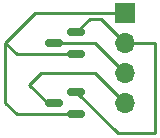
<source format=gbr>
%TF.GenerationSoftware,KiCad,Pcbnew,(6.0.9)*%
%TF.CreationDate,2022-11-23T14:39:17+01:00*%
%TF.ProjectId,Diode_Board,44696f64-655f-4426-9f61-72642e6b6963,rev?*%
%TF.SameCoordinates,Original*%
%TF.FileFunction,Copper,L1,Top*%
%TF.FilePolarity,Positive*%
%FSLAX46Y46*%
G04 Gerber Fmt 4.6, Leading zero omitted, Abs format (unit mm)*
G04 Created by KiCad (PCBNEW (6.0.9)) date 2022-11-23 14:39:17*
%MOMM*%
%LPD*%
G01*
G04 APERTURE LIST*
G04 Aperture macros list*
%AMRoundRect*
0 Rectangle with rounded corners*
0 $1 Rounding radius*
0 $2 $3 $4 $5 $6 $7 $8 $9 X,Y pos of 4 corners*
0 Add a 4 corners polygon primitive as box body*
4,1,4,$2,$3,$4,$5,$6,$7,$8,$9,$2,$3,0*
0 Add four circle primitives for the rounded corners*
1,1,$1+$1,$2,$3*
1,1,$1+$1,$4,$5*
1,1,$1+$1,$6,$7*
1,1,$1+$1,$8,$9*
0 Add four rect primitives between the rounded corners*
20,1,$1+$1,$2,$3,$4,$5,0*
20,1,$1+$1,$4,$5,$6,$7,0*
20,1,$1+$1,$6,$7,$8,$9,0*
20,1,$1+$1,$8,$9,$2,$3,0*%
G04 Aperture macros list end*
%TA.AperFunction,ComponentPad*%
%ADD10R,1.700000X1.700000*%
%TD*%
%TA.AperFunction,ComponentPad*%
%ADD11O,1.700000X1.700000*%
%TD*%
%TA.AperFunction,SMDPad,CuDef*%
%ADD12RoundRect,0.150000X0.587500X0.150000X-0.587500X0.150000X-0.587500X-0.150000X0.587500X-0.150000X0*%
%TD*%
%TA.AperFunction,Conductor*%
%ADD13C,0.250000*%
%TD*%
G04 APERTURE END LIST*
D10*
%TO.P,J1,1,Pin_1*%
%TO.N,Net-(D1-Pad1)*%
X127000000Y-91440000D03*
D11*
%TO.P,J1,2,Pin_2*%
%TO.N,Net-(D1-Pad2)*%
X127000000Y-93980000D03*
%TO.P,J1,3,Pin_3*%
%TO.N,Net-(D1-Pad3)*%
X127000000Y-96520000D03*
%TO.P,J1,4,Pin_4*%
%TO.N,Net-(D2-Pad3)*%
X127000000Y-99060000D03*
%TD*%
D12*
%TO.P,D1,1*%
%TO.N,Net-(D1-Pad1)*%
X122857500Y-94930000D03*
%TO.P,D1,2*%
%TO.N,Net-(D1-Pad2)*%
X122857500Y-93030000D03*
%TO.P,D1,3*%
%TO.N,Net-(D1-Pad3)*%
X120982500Y-93980000D03*
%TD*%
%TO.P,D2,1*%
%TO.N,Net-(D1-Pad1)*%
X122857500Y-100010000D03*
%TO.P,D2,2*%
%TO.N,Net-(D1-Pad2)*%
X122857500Y-98110000D03*
%TO.P,D2,3*%
%TO.N,Net-(D2-Pad3)*%
X120982500Y-99060000D03*
%TD*%
D13*
%TO.N,Net-(D1-Pad1)*%
X119380000Y-91440000D02*
X127000000Y-91440000D01*
X117790000Y-100010000D02*
X116840000Y-99060000D01*
X122857500Y-100010000D02*
X117790000Y-100010000D01*
X116840000Y-93980000D02*
X119380000Y-91440000D01*
X117790000Y-94930000D02*
X116840000Y-93980000D01*
X122857500Y-94930000D02*
X117790000Y-94930000D01*
X116840000Y-99060000D02*
X116840000Y-93980000D01*
%TO.N,Net-(D1-Pad2)*%
X129540000Y-101600000D02*
X129540000Y-93980000D01*
X126347500Y-101600000D02*
X129540000Y-101600000D01*
X122857500Y-98110000D02*
X126347500Y-101600000D01*
X124910000Y-91890000D02*
X127000000Y-93980000D01*
X123997500Y-91890000D02*
X124910000Y-91890000D01*
X129540000Y-93980000D02*
X127000000Y-93980000D01*
X122857500Y-93030000D02*
X123997500Y-91890000D01*
%TO.N,Net-(D1-Pad3)*%
X124460000Y-93980000D02*
X127000000Y-96520000D01*
X120982500Y-93980000D02*
X124460000Y-93980000D01*
%TO.N,Net-(D2-Pad3)*%
X124460000Y-96520000D02*
X127000000Y-99060000D01*
X119848750Y-96520000D02*
X124460000Y-96520000D01*
X118862187Y-97506563D02*
X119848750Y-96520000D01*
X120415625Y-99060000D02*
X118862187Y-97506563D01*
X120982500Y-99060000D02*
X120415625Y-99060000D01*
%TD*%
M02*

</source>
